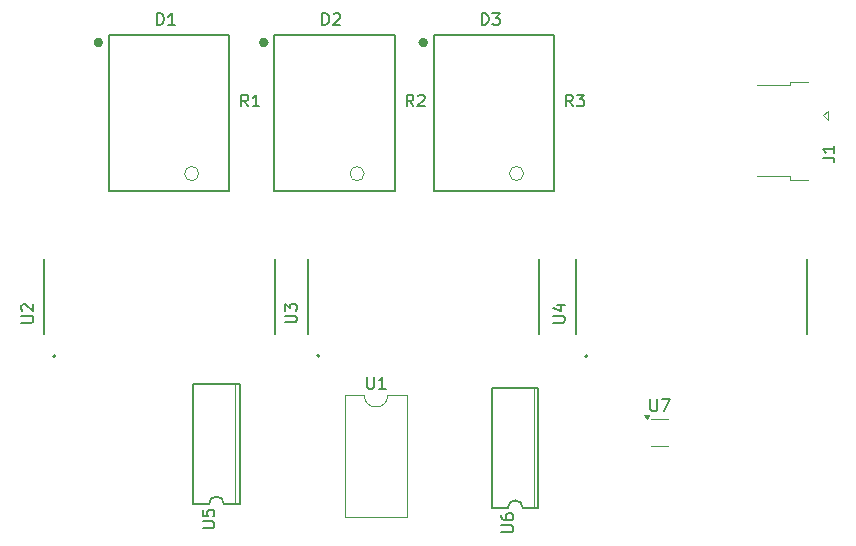
<source format=gbr>
%TF.GenerationSoftware,KiCad,Pcbnew,9.0.1*%
%TF.CreationDate,2025-05-07T13:52:14+02:00*%
%TF.ProjectId,HelioHeat,48656c69-6f48-4656-9174-2e6b69636164,rev?*%
%TF.SameCoordinates,Original*%
%TF.FileFunction,Legend,Top*%
%TF.FilePolarity,Positive*%
%FSLAX46Y46*%
G04 Gerber Fmt 4.6, Leading zero omitted, Abs format (unit mm)*
G04 Created by KiCad (PCBNEW 9.0.1) date 2025-05-07 13:52:14*
%MOMM*%
%LPD*%
G01*
G04 APERTURE LIST*
%ADD10C,0.150000*%
%ADD11C,0.152400*%
%ADD12C,0.050800*%
%ADD13C,0.127000*%
%ADD14C,0.200000*%
%ADD15C,0.120000*%
%ADD16C,0.400000*%
%ADD17C,0.100000*%
G04 APERTURE END LIST*
D10*
X108617521Y-62950924D02*
X109428639Y-62950924D01*
X109428639Y-62950924D02*
X109524065Y-62903212D01*
X109524065Y-62903212D02*
X109571778Y-62855499D01*
X109571778Y-62855499D02*
X109619490Y-62760073D01*
X109619490Y-62760073D02*
X109619490Y-62569222D01*
X109619490Y-62569222D02*
X109571778Y-62473796D01*
X109571778Y-62473796D02*
X109524065Y-62426084D01*
X109524065Y-62426084D02*
X109428639Y-62378371D01*
X109428639Y-62378371D02*
X108617521Y-62378371D01*
X108617521Y-61471827D02*
X108617521Y-61662678D01*
X108617521Y-61662678D02*
X108665234Y-61758104D01*
X108665234Y-61758104D02*
X108712947Y-61805817D01*
X108712947Y-61805817D02*
X108856085Y-61901242D01*
X108856085Y-61901242D02*
X109046937Y-61948955D01*
X109046937Y-61948955D02*
X109428639Y-61948955D01*
X109428639Y-61948955D02*
X109524065Y-61901242D01*
X109524065Y-61901242D02*
X109571778Y-61853530D01*
X109571778Y-61853530D02*
X109619490Y-61758104D01*
X109619490Y-61758104D02*
X109619490Y-61567253D01*
X109619490Y-61567253D02*
X109571778Y-61471827D01*
X109571778Y-61471827D02*
X109524065Y-61424114D01*
X109524065Y-61424114D02*
X109428639Y-61376402D01*
X109428639Y-61376402D02*
X109190075Y-61376402D01*
X109190075Y-61376402D02*
X109094649Y-61424114D01*
X109094649Y-61424114D02*
X109046937Y-61471827D01*
X109046937Y-61471827D02*
X108999224Y-61567253D01*
X108999224Y-61567253D02*
X108999224Y-61758104D01*
X108999224Y-61758104D02*
X109046937Y-61853530D01*
X109046937Y-61853530D02*
X109094649Y-61901242D01*
X109094649Y-61901242D02*
X109190075Y-61948955D01*
X113009819Y-45216904D02*
X113819342Y-45216904D01*
X113819342Y-45216904D02*
X113914580Y-45169285D01*
X113914580Y-45169285D02*
X113962200Y-45121666D01*
X113962200Y-45121666D02*
X114009819Y-45026428D01*
X114009819Y-45026428D02*
X114009819Y-44835952D01*
X114009819Y-44835952D02*
X113962200Y-44740714D01*
X113962200Y-44740714D02*
X113914580Y-44693095D01*
X113914580Y-44693095D02*
X113819342Y-44645476D01*
X113819342Y-44645476D02*
X113009819Y-44645476D01*
X113343152Y-43740714D02*
X114009819Y-43740714D01*
X112962200Y-43978809D02*
X113676485Y-44216904D01*
X113676485Y-44216904D02*
X113676485Y-43597857D01*
X114678333Y-26904819D02*
X114345000Y-26428628D01*
X114106905Y-26904819D02*
X114106905Y-25904819D01*
X114106905Y-25904819D02*
X114487857Y-25904819D01*
X114487857Y-25904819D02*
X114583095Y-25952438D01*
X114583095Y-25952438D02*
X114630714Y-26000057D01*
X114630714Y-26000057D02*
X114678333Y-26095295D01*
X114678333Y-26095295D02*
X114678333Y-26238152D01*
X114678333Y-26238152D02*
X114630714Y-26333390D01*
X114630714Y-26333390D02*
X114583095Y-26381009D01*
X114583095Y-26381009D02*
X114487857Y-26428628D01*
X114487857Y-26428628D02*
X114106905Y-26428628D01*
X115011667Y-25904819D02*
X115630714Y-25904819D01*
X115630714Y-25904819D02*
X115297381Y-26285771D01*
X115297381Y-26285771D02*
X115440238Y-26285771D01*
X115440238Y-26285771D02*
X115535476Y-26333390D01*
X115535476Y-26333390D02*
X115583095Y-26381009D01*
X115583095Y-26381009D02*
X115630714Y-26476247D01*
X115630714Y-26476247D02*
X115630714Y-26714342D01*
X115630714Y-26714342D02*
X115583095Y-26809580D01*
X115583095Y-26809580D02*
X115535476Y-26857200D01*
X115535476Y-26857200D02*
X115440238Y-26904819D01*
X115440238Y-26904819D02*
X115154524Y-26904819D01*
X115154524Y-26904819D02*
X115059286Y-26857200D01*
X115059286Y-26857200D02*
X115011667Y-26809580D01*
X90319819Y-45186904D02*
X91129342Y-45186904D01*
X91129342Y-45186904D02*
X91224580Y-45139285D01*
X91224580Y-45139285D02*
X91272200Y-45091666D01*
X91272200Y-45091666D02*
X91319819Y-44996428D01*
X91319819Y-44996428D02*
X91319819Y-44805952D01*
X91319819Y-44805952D02*
X91272200Y-44710714D01*
X91272200Y-44710714D02*
X91224580Y-44663095D01*
X91224580Y-44663095D02*
X91129342Y-44615476D01*
X91129342Y-44615476D02*
X90319819Y-44615476D01*
X90319819Y-44234523D02*
X90319819Y-43615476D01*
X90319819Y-43615476D02*
X90700771Y-43948809D01*
X90700771Y-43948809D02*
X90700771Y-43805952D01*
X90700771Y-43805952D02*
X90748390Y-43710714D01*
X90748390Y-43710714D02*
X90796009Y-43663095D01*
X90796009Y-43663095D02*
X90891247Y-43615476D01*
X90891247Y-43615476D02*
X91129342Y-43615476D01*
X91129342Y-43615476D02*
X91224580Y-43663095D01*
X91224580Y-43663095D02*
X91272200Y-43710714D01*
X91272200Y-43710714D02*
X91319819Y-43805952D01*
X91319819Y-43805952D02*
X91319819Y-44091666D01*
X91319819Y-44091666D02*
X91272200Y-44186904D01*
X91272200Y-44186904D02*
X91224580Y-44234523D01*
X135819819Y-31258333D02*
X136534104Y-31258333D01*
X136534104Y-31258333D02*
X136676961Y-31305952D01*
X136676961Y-31305952D02*
X136772200Y-31401190D01*
X136772200Y-31401190D02*
X136819819Y-31544047D01*
X136819819Y-31544047D02*
X136819819Y-31639285D01*
X136819819Y-30258333D02*
X136819819Y-30829761D01*
X136819819Y-30544047D02*
X135819819Y-30544047D01*
X135819819Y-30544047D02*
X135962676Y-30639285D01*
X135962676Y-30639285D02*
X136057914Y-30734523D01*
X136057914Y-30734523D02*
X136105533Y-30829761D01*
X106961905Y-20019819D02*
X106961905Y-19019819D01*
X106961905Y-19019819D02*
X107200000Y-19019819D01*
X107200000Y-19019819D02*
X107342857Y-19067438D01*
X107342857Y-19067438D02*
X107438095Y-19162676D01*
X107438095Y-19162676D02*
X107485714Y-19257914D01*
X107485714Y-19257914D02*
X107533333Y-19448390D01*
X107533333Y-19448390D02*
X107533333Y-19591247D01*
X107533333Y-19591247D02*
X107485714Y-19781723D01*
X107485714Y-19781723D02*
X107438095Y-19876961D01*
X107438095Y-19876961D02*
X107342857Y-19972200D01*
X107342857Y-19972200D02*
X107200000Y-20019819D01*
X107200000Y-20019819D02*
X106961905Y-20019819D01*
X107866667Y-19019819D02*
X108485714Y-19019819D01*
X108485714Y-19019819D02*
X108152381Y-19400771D01*
X108152381Y-19400771D02*
X108295238Y-19400771D01*
X108295238Y-19400771D02*
X108390476Y-19448390D01*
X108390476Y-19448390D02*
X108438095Y-19496009D01*
X108438095Y-19496009D02*
X108485714Y-19591247D01*
X108485714Y-19591247D02*
X108485714Y-19829342D01*
X108485714Y-19829342D02*
X108438095Y-19924580D01*
X108438095Y-19924580D02*
X108390476Y-19972200D01*
X108390476Y-19972200D02*
X108295238Y-20019819D01*
X108295238Y-20019819D02*
X108009524Y-20019819D01*
X108009524Y-20019819D02*
X107914286Y-19972200D01*
X107914286Y-19972200D02*
X107866667Y-19924580D01*
X121238095Y-51704819D02*
X121238095Y-52514342D01*
X121238095Y-52514342D02*
X121285714Y-52609580D01*
X121285714Y-52609580D02*
X121333333Y-52657200D01*
X121333333Y-52657200D02*
X121428571Y-52704819D01*
X121428571Y-52704819D02*
X121619047Y-52704819D01*
X121619047Y-52704819D02*
X121714285Y-52657200D01*
X121714285Y-52657200D02*
X121761904Y-52609580D01*
X121761904Y-52609580D02*
X121809523Y-52514342D01*
X121809523Y-52514342D02*
X121809523Y-51704819D01*
X122190476Y-51704819D02*
X122857142Y-51704819D01*
X122857142Y-51704819D02*
X122428571Y-52704819D01*
X87178333Y-26904819D02*
X86845000Y-26428628D01*
X86606905Y-26904819D02*
X86606905Y-25904819D01*
X86606905Y-25904819D02*
X86987857Y-25904819D01*
X86987857Y-25904819D02*
X87083095Y-25952438D01*
X87083095Y-25952438D02*
X87130714Y-26000057D01*
X87130714Y-26000057D02*
X87178333Y-26095295D01*
X87178333Y-26095295D02*
X87178333Y-26238152D01*
X87178333Y-26238152D02*
X87130714Y-26333390D01*
X87130714Y-26333390D02*
X87083095Y-26381009D01*
X87083095Y-26381009D02*
X86987857Y-26428628D01*
X86987857Y-26428628D02*
X86606905Y-26428628D01*
X88130714Y-26904819D02*
X87559286Y-26904819D01*
X87845000Y-26904819D02*
X87845000Y-25904819D01*
X87845000Y-25904819D02*
X87749762Y-26047676D01*
X87749762Y-26047676D02*
X87654524Y-26142914D01*
X87654524Y-26142914D02*
X87559286Y-26190533D01*
X79461905Y-20019819D02*
X79461905Y-19019819D01*
X79461905Y-19019819D02*
X79700000Y-19019819D01*
X79700000Y-19019819D02*
X79842857Y-19067438D01*
X79842857Y-19067438D02*
X79938095Y-19162676D01*
X79938095Y-19162676D02*
X79985714Y-19257914D01*
X79985714Y-19257914D02*
X80033333Y-19448390D01*
X80033333Y-19448390D02*
X80033333Y-19591247D01*
X80033333Y-19591247D02*
X79985714Y-19781723D01*
X79985714Y-19781723D02*
X79938095Y-19876961D01*
X79938095Y-19876961D02*
X79842857Y-19972200D01*
X79842857Y-19972200D02*
X79700000Y-20019819D01*
X79700000Y-20019819D02*
X79461905Y-20019819D01*
X80985714Y-20019819D02*
X80414286Y-20019819D01*
X80700000Y-20019819D02*
X80700000Y-19019819D01*
X80700000Y-19019819D02*
X80604762Y-19162676D01*
X80604762Y-19162676D02*
X80509524Y-19257914D01*
X80509524Y-19257914D02*
X80414286Y-19305533D01*
X97243095Y-49814819D02*
X97243095Y-50624342D01*
X97243095Y-50624342D02*
X97290714Y-50719580D01*
X97290714Y-50719580D02*
X97338333Y-50767200D01*
X97338333Y-50767200D02*
X97433571Y-50814819D01*
X97433571Y-50814819D02*
X97624047Y-50814819D01*
X97624047Y-50814819D02*
X97719285Y-50767200D01*
X97719285Y-50767200D02*
X97766904Y-50719580D01*
X97766904Y-50719580D02*
X97814523Y-50624342D01*
X97814523Y-50624342D02*
X97814523Y-49814819D01*
X98814523Y-50814819D02*
X98243095Y-50814819D01*
X98528809Y-50814819D02*
X98528809Y-49814819D01*
X98528809Y-49814819D02*
X98433571Y-49957676D01*
X98433571Y-49957676D02*
X98338333Y-50052914D01*
X98338333Y-50052914D02*
X98243095Y-50100533D01*
X83317521Y-62625924D02*
X84128639Y-62625924D01*
X84128639Y-62625924D02*
X84224065Y-62578212D01*
X84224065Y-62578212D02*
X84271778Y-62530499D01*
X84271778Y-62530499D02*
X84319490Y-62435073D01*
X84319490Y-62435073D02*
X84319490Y-62244222D01*
X84319490Y-62244222D02*
X84271778Y-62148796D01*
X84271778Y-62148796D02*
X84224065Y-62101084D01*
X84224065Y-62101084D02*
X84128639Y-62053371D01*
X84128639Y-62053371D02*
X83317521Y-62053371D01*
X83317521Y-61099114D02*
X83317521Y-61576242D01*
X83317521Y-61576242D02*
X83794649Y-61623955D01*
X83794649Y-61623955D02*
X83746937Y-61576242D01*
X83746937Y-61576242D02*
X83699224Y-61480817D01*
X83699224Y-61480817D02*
X83699224Y-61242253D01*
X83699224Y-61242253D02*
X83746937Y-61146827D01*
X83746937Y-61146827D02*
X83794649Y-61099114D01*
X83794649Y-61099114D02*
X83890075Y-61051402D01*
X83890075Y-61051402D02*
X84128639Y-61051402D01*
X84128639Y-61051402D02*
X84224065Y-61099114D01*
X84224065Y-61099114D02*
X84271778Y-61146827D01*
X84271778Y-61146827D02*
X84319490Y-61242253D01*
X84319490Y-61242253D02*
X84319490Y-61480817D01*
X84319490Y-61480817D02*
X84271778Y-61576242D01*
X84271778Y-61576242D02*
X84224065Y-61623955D01*
X101178333Y-26904819D02*
X100845000Y-26428628D01*
X100606905Y-26904819D02*
X100606905Y-25904819D01*
X100606905Y-25904819D02*
X100987857Y-25904819D01*
X100987857Y-25904819D02*
X101083095Y-25952438D01*
X101083095Y-25952438D02*
X101130714Y-26000057D01*
X101130714Y-26000057D02*
X101178333Y-26095295D01*
X101178333Y-26095295D02*
X101178333Y-26238152D01*
X101178333Y-26238152D02*
X101130714Y-26333390D01*
X101130714Y-26333390D02*
X101083095Y-26381009D01*
X101083095Y-26381009D02*
X100987857Y-26428628D01*
X100987857Y-26428628D02*
X100606905Y-26428628D01*
X101559286Y-26000057D02*
X101606905Y-25952438D01*
X101606905Y-25952438D02*
X101702143Y-25904819D01*
X101702143Y-25904819D02*
X101940238Y-25904819D01*
X101940238Y-25904819D02*
X102035476Y-25952438D01*
X102035476Y-25952438D02*
X102083095Y-26000057D01*
X102083095Y-26000057D02*
X102130714Y-26095295D01*
X102130714Y-26095295D02*
X102130714Y-26190533D01*
X102130714Y-26190533D02*
X102083095Y-26333390D01*
X102083095Y-26333390D02*
X101511667Y-26904819D01*
X101511667Y-26904819D02*
X102130714Y-26904819D01*
X67969819Y-45216904D02*
X68779342Y-45216904D01*
X68779342Y-45216904D02*
X68874580Y-45169285D01*
X68874580Y-45169285D02*
X68922200Y-45121666D01*
X68922200Y-45121666D02*
X68969819Y-45026428D01*
X68969819Y-45026428D02*
X68969819Y-44835952D01*
X68969819Y-44835952D02*
X68922200Y-44740714D01*
X68922200Y-44740714D02*
X68874580Y-44693095D01*
X68874580Y-44693095D02*
X68779342Y-44645476D01*
X68779342Y-44645476D02*
X67969819Y-44645476D01*
X68065057Y-44216904D02*
X68017438Y-44169285D01*
X68017438Y-44169285D02*
X67969819Y-44074047D01*
X67969819Y-44074047D02*
X67969819Y-43835952D01*
X67969819Y-43835952D02*
X68017438Y-43740714D01*
X68017438Y-43740714D02*
X68065057Y-43693095D01*
X68065057Y-43693095D02*
X68160295Y-43645476D01*
X68160295Y-43645476D02*
X68255533Y-43645476D01*
X68255533Y-43645476D02*
X68398390Y-43693095D01*
X68398390Y-43693095D02*
X68969819Y-44264523D01*
X68969819Y-44264523D02*
X68969819Y-43645476D01*
X93461905Y-20019819D02*
X93461905Y-19019819D01*
X93461905Y-19019819D02*
X93700000Y-19019819D01*
X93700000Y-19019819D02*
X93842857Y-19067438D01*
X93842857Y-19067438D02*
X93938095Y-19162676D01*
X93938095Y-19162676D02*
X93985714Y-19257914D01*
X93985714Y-19257914D02*
X94033333Y-19448390D01*
X94033333Y-19448390D02*
X94033333Y-19591247D01*
X94033333Y-19591247D02*
X93985714Y-19781723D01*
X93985714Y-19781723D02*
X93938095Y-19876961D01*
X93938095Y-19876961D02*
X93842857Y-19972200D01*
X93842857Y-19972200D02*
X93700000Y-20019819D01*
X93700000Y-20019819D02*
X93461905Y-20019819D01*
X94414286Y-19115057D02*
X94461905Y-19067438D01*
X94461905Y-19067438D02*
X94557143Y-19019819D01*
X94557143Y-19019819D02*
X94795238Y-19019819D01*
X94795238Y-19019819D02*
X94890476Y-19067438D01*
X94890476Y-19067438D02*
X94938095Y-19115057D01*
X94938095Y-19115057D02*
X94985714Y-19210295D01*
X94985714Y-19210295D02*
X94985714Y-19305533D01*
X94985714Y-19305533D02*
X94938095Y-19448390D01*
X94938095Y-19448390D02*
X94366667Y-20019819D01*
X94366667Y-20019819D02*
X94985714Y-20019819D01*
D11*
%TO.C,U6*%
X107844200Y-50745000D02*
X107844200Y-60905000D01*
X109165000Y-60905000D02*
X107844200Y-60905000D01*
D12*
X111400200Y-60905000D02*
X111400200Y-50745000D01*
D11*
X111755800Y-50745000D02*
X107844200Y-50745000D01*
X111755800Y-60905000D02*
X110435000Y-60905000D01*
X111755800Y-60905000D02*
X111755800Y-50745000D01*
X109165000Y-60905000D02*
G75*
G02*
X110435000Y-60905000I635000J0D01*
G01*
D13*
%TO.C,U4*%
X114915000Y-46205000D02*
X114915000Y-39855000D01*
X134465000Y-46205000D02*
X134465000Y-39855000D01*
D14*
X115900000Y-48065000D02*
G75*
G02*
X115700000Y-48065000I-100000J0D01*
G01*
X115700000Y-48065000D02*
G75*
G02*
X115900000Y-48065000I100000J0D01*
G01*
D13*
%TO.C,U3*%
X92225000Y-46175000D02*
X92225000Y-39825000D01*
X111775000Y-46175000D02*
X111775000Y-39825000D01*
D14*
X93210000Y-48035000D02*
G75*
G02*
X93010000Y-48035000I-100000J0D01*
G01*
X93010000Y-48035000D02*
G75*
G02*
X93210000Y-48035000I100000J0D01*
G01*
D15*
%TO.C,J1*%
X130265000Y-25125000D02*
X133065000Y-25125000D01*
X130265000Y-32825000D02*
X133065000Y-32825000D01*
X133065000Y-24825000D02*
X133065000Y-25125000D01*
X133065000Y-24825000D02*
X134615000Y-24825000D01*
X133065000Y-32825000D02*
X133065000Y-33125000D01*
X133065000Y-33125000D02*
X134615000Y-33125000D01*
X135865000Y-27675000D02*
X136315000Y-27275000D01*
X136315000Y-27275000D02*
X136315000Y-28075000D01*
X136315000Y-28075000D02*
X135865000Y-27675000D01*
D14*
%TO.C,D3*%
X102900000Y-20900000D02*
X113100000Y-20900000D01*
X102900000Y-34100000D02*
X102900000Y-20900000D01*
X113100000Y-20900000D02*
X113100000Y-34100000D01*
X113100000Y-34100000D02*
X102900000Y-34100000D01*
D16*
X102200000Y-21500000D02*
G75*
G02*
X101800000Y-21500000I-200000J0D01*
G01*
X101800000Y-21500000D02*
G75*
G02*
X102200000Y-21500000I200000J0D01*
G01*
D17*
X110500000Y-32600000D02*
G75*
G02*
X109300000Y-32600000I-600000J0D01*
G01*
X109300000Y-32600000D02*
G75*
G02*
X110500000Y-32600000I600000J0D01*
G01*
D15*
%TO.C,U7*%
X121290000Y-53340000D02*
X122700000Y-53340000D01*
X121300000Y-55660000D02*
X122700000Y-55660000D01*
X120920000Y-53390000D02*
X120680000Y-53060000D01*
X121160000Y-53060000D01*
X120920000Y-53390000D01*
G36*
X120920000Y-53390000D02*
G01*
X120680000Y-53060000D01*
X121160000Y-53060000D01*
X120920000Y-53390000D01*
G37*
D14*
%TO.C,D1*%
X75400000Y-20900000D02*
X85600000Y-20900000D01*
X75400000Y-34100000D02*
X75400000Y-20900000D01*
X85600000Y-20900000D02*
X85600000Y-34100000D01*
X85600000Y-34100000D02*
X75400000Y-34100000D01*
D16*
X74700000Y-21500000D02*
G75*
G02*
X74300000Y-21500000I-200000J0D01*
G01*
X74300000Y-21500000D02*
G75*
G02*
X74700000Y-21500000I200000J0D01*
G01*
D17*
X83000000Y-32600000D02*
G75*
G02*
X81800000Y-32600000I-600000J0D01*
G01*
X81800000Y-32600000D02*
G75*
G02*
X83000000Y-32600000I600000J0D01*
G01*
D15*
%TO.C,U1*%
X95355000Y-51360000D02*
X95355000Y-61640000D01*
X95355000Y-61640000D02*
X100655000Y-61640000D01*
X97005000Y-51360000D02*
X95355000Y-51360000D01*
X100655000Y-51360000D02*
X99005000Y-51360000D01*
X100655000Y-61640000D02*
X100655000Y-51360000D01*
X99005000Y-51360000D02*
G75*
G02*
X97005000Y-51360000I-1000000J0D01*
G01*
D11*
%TO.C,U5*%
X82544200Y-50420000D02*
X82544200Y-60580000D01*
X83865000Y-60580000D02*
X82544200Y-60580000D01*
D12*
X86100200Y-60580000D02*
X86100200Y-50420000D01*
D11*
X86455800Y-50420000D02*
X82544200Y-50420000D01*
X86455800Y-60580000D02*
X85135000Y-60580000D01*
X86455800Y-60580000D02*
X86455800Y-50420000D01*
X83865000Y-60580000D02*
G75*
G02*
X85135000Y-60580000I635000J0D01*
G01*
D13*
%TO.C,U2*%
X69875000Y-46205000D02*
X69875000Y-39855000D01*
X89425000Y-46205000D02*
X89425000Y-39855000D01*
D14*
X70860000Y-48065000D02*
G75*
G02*
X70660000Y-48065000I-100000J0D01*
G01*
X70660000Y-48065000D02*
G75*
G02*
X70860000Y-48065000I100000J0D01*
G01*
%TO.C,D2*%
X89400000Y-20900000D02*
X99600000Y-20900000D01*
X89400000Y-34100000D02*
X89400000Y-20900000D01*
X99600000Y-20900000D02*
X99600000Y-34100000D01*
X99600000Y-34100000D02*
X89400000Y-34100000D01*
D16*
X88700000Y-21500000D02*
G75*
G02*
X88300000Y-21500000I-200000J0D01*
G01*
X88300000Y-21500000D02*
G75*
G02*
X88700000Y-21500000I200000J0D01*
G01*
D17*
X97000000Y-32600000D02*
G75*
G02*
X95800000Y-32600000I-600000J0D01*
G01*
X95800000Y-32600000D02*
G75*
G02*
X97000000Y-32600000I600000J0D01*
G01*
%TD*%
M02*

</source>
